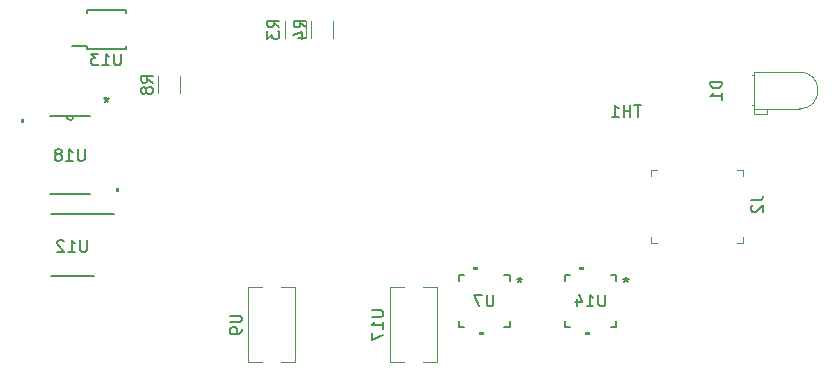
<source format=gbo>
G04 #@! TF.GenerationSoftware,KiCad,Pcbnew,7.0.10*
G04 #@! TF.CreationDate,2024-02-13T11:50:05-05:00*
G04 #@! TF.ProjectId,prototype,70726f74-6f74-4797-9065-2e6b69636164,rev?*
G04 #@! TF.SameCoordinates,Original*
G04 #@! TF.FileFunction,Legend,Bot*
G04 #@! TF.FilePolarity,Positive*
%FSLAX46Y46*%
G04 Gerber Fmt 4.6, Leading zero omitted, Abs format (unit mm)*
G04 Created by KiCad (PCBNEW 7.0.10) date 2024-02-13 11:50:05*
%MOMM*%
%LPD*%
G01*
G04 APERTURE LIST*
%ADD10C,0.150000*%
%ADD11C,0.152400*%
%ADD12C,0.120000*%
%ADD13C,0.200000*%
%ADD14C,0.100000*%
G04 APERTURE END LIST*
D10*
X33168694Y-37129819D02*
X33168694Y-37939342D01*
X33168694Y-37939342D02*
X33121075Y-38034580D01*
X33121075Y-38034580D02*
X33073456Y-38082200D01*
X33073456Y-38082200D02*
X32978218Y-38129819D01*
X32978218Y-38129819D02*
X32787742Y-38129819D01*
X32787742Y-38129819D02*
X32692504Y-38082200D01*
X32692504Y-38082200D02*
X32644885Y-38034580D01*
X32644885Y-38034580D02*
X32597266Y-37939342D01*
X32597266Y-37939342D02*
X32597266Y-37129819D01*
X31597266Y-38129819D02*
X32168694Y-38129819D01*
X31882980Y-38129819D02*
X31882980Y-37129819D01*
X31882980Y-37129819D02*
X31978218Y-37272676D01*
X31978218Y-37272676D02*
X32073456Y-37367914D01*
X32073456Y-37367914D02*
X32168694Y-37415533D01*
X31025837Y-37558390D02*
X31121075Y-37510771D01*
X31121075Y-37510771D02*
X31168694Y-37463152D01*
X31168694Y-37463152D02*
X31216313Y-37367914D01*
X31216313Y-37367914D02*
X31216313Y-37320295D01*
X31216313Y-37320295D02*
X31168694Y-37225057D01*
X31168694Y-37225057D02*
X31121075Y-37177438D01*
X31121075Y-37177438D02*
X31025837Y-37129819D01*
X31025837Y-37129819D02*
X30835361Y-37129819D01*
X30835361Y-37129819D02*
X30740123Y-37177438D01*
X30740123Y-37177438D02*
X30692504Y-37225057D01*
X30692504Y-37225057D02*
X30644885Y-37320295D01*
X30644885Y-37320295D02*
X30644885Y-37367914D01*
X30644885Y-37367914D02*
X30692504Y-37463152D01*
X30692504Y-37463152D02*
X30740123Y-37510771D01*
X30740123Y-37510771D02*
X30835361Y-37558390D01*
X30835361Y-37558390D02*
X31025837Y-37558390D01*
X31025837Y-37558390D02*
X31121075Y-37606009D01*
X31121075Y-37606009D02*
X31168694Y-37653628D01*
X31168694Y-37653628D02*
X31216313Y-37748866D01*
X31216313Y-37748866D02*
X31216313Y-37939342D01*
X31216313Y-37939342D02*
X31168694Y-38034580D01*
X31168694Y-38034580D02*
X31121075Y-38082200D01*
X31121075Y-38082200D02*
X31025837Y-38129819D01*
X31025837Y-38129819D02*
X30835361Y-38129819D01*
X30835361Y-38129819D02*
X30740123Y-38082200D01*
X30740123Y-38082200D02*
X30692504Y-38034580D01*
X30692504Y-38034580D02*
X30644885Y-37939342D01*
X30644885Y-37939342D02*
X30644885Y-37748866D01*
X30644885Y-37748866D02*
X30692504Y-37653628D01*
X30692504Y-37653628D02*
X30740123Y-37606009D01*
X30740123Y-37606009D02*
X30835361Y-37558390D01*
X35003999Y-32706218D02*
X35003999Y-32944313D01*
X35242094Y-32849075D02*
X35003999Y-32944313D01*
X35003999Y-32944313D02*
X34765904Y-32849075D01*
X35146856Y-33134789D02*
X35003999Y-32944313D01*
X35003999Y-32944313D02*
X34861142Y-33134789D01*
X35003999Y-32706218D02*
X35003999Y-32944313D01*
X35242094Y-32849075D02*
X35003999Y-32944313D01*
X35003999Y-32944313D02*
X34765904Y-32849075D01*
X35146856Y-33134789D02*
X35003999Y-32944313D01*
X35003999Y-32944313D02*
X34861142Y-33134789D01*
X87119819Y-31429405D02*
X86119819Y-31429405D01*
X86119819Y-31429405D02*
X86119819Y-31667500D01*
X86119819Y-31667500D02*
X86167438Y-31810357D01*
X86167438Y-31810357D02*
X86262676Y-31905595D01*
X86262676Y-31905595D02*
X86357914Y-31953214D01*
X86357914Y-31953214D02*
X86548390Y-32000833D01*
X86548390Y-32000833D02*
X86691247Y-32000833D01*
X86691247Y-32000833D02*
X86881723Y-31953214D01*
X86881723Y-31953214D02*
X86976961Y-31905595D01*
X86976961Y-31905595D02*
X87072200Y-31810357D01*
X87072200Y-31810357D02*
X87119819Y-31667500D01*
X87119819Y-31667500D02*
X87119819Y-31429405D01*
X87119819Y-32953214D02*
X87119819Y-32381786D01*
X87119819Y-32667500D02*
X86119819Y-32667500D01*
X86119819Y-32667500D02*
X86262676Y-32572262D01*
X86262676Y-32572262D02*
X86357914Y-32477024D01*
X86357914Y-32477024D02*
X86405533Y-32381786D01*
X33363094Y-44829819D02*
X33363094Y-45639342D01*
X33363094Y-45639342D02*
X33315475Y-45734580D01*
X33315475Y-45734580D02*
X33267856Y-45782200D01*
X33267856Y-45782200D02*
X33172618Y-45829819D01*
X33172618Y-45829819D02*
X32982142Y-45829819D01*
X32982142Y-45829819D02*
X32886904Y-45782200D01*
X32886904Y-45782200D02*
X32839285Y-45734580D01*
X32839285Y-45734580D02*
X32791666Y-45639342D01*
X32791666Y-45639342D02*
X32791666Y-44829819D01*
X31791666Y-45829819D02*
X32363094Y-45829819D01*
X32077380Y-45829819D02*
X32077380Y-44829819D01*
X32077380Y-44829819D02*
X32172618Y-44972676D01*
X32172618Y-44972676D02*
X32267856Y-45067914D01*
X32267856Y-45067914D02*
X32363094Y-45115533D01*
X31410713Y-44925057D02*
X31363094Y-44877438D01*
X31363094Y-44877438D02*
X31267856Y-44829819D01*
X31267856Y-44829819D02*
X31029761Y-44829819D01*
X31029761Y-44829819D02*
X30934523Y-44877438D01*
X30934523Y-44877438D02*
X30886904Y-44925057D01*
X30886904Y-44925057D02*
X30839285Y-45020295D01*
X30839285Y-45020295D02*
X30839285Y-45115533D01*
X30839285Y-45115533D02*
X30886904Y-45258390D01*
X30886904Y-45258390D02*
X31458332Y-45829819D01*
X31458332Y-45829819D02*
X30839285Y-45829819D01*
X38947319Y-31520833D02*
X38471128Y-31187500D01*
X38947319Y-30949405D02*
X37947319Y-30949405D01*
X37947319Y-30949405D02*
X37947319Y-31330357D01*
X37947319Y-31330357D02*
X37994938Y-31425595D01*
X37994938Y-31425595D02*
X38042557Y-31473214D01*
X38042557Y-31473214D02*
X38137795Y-31520833D01*
X38137795Y-31520833D02*
X38280652Y-31520833D01*
X38280652Y-31520833D02*
X38375890Y-31473214D01*
X38375890Y-31473214D02*
X38423509Y-31425595D01*
X38423509Y-31425595D02*
X38471128Y-31330357D01*
X38471128Y-31330357D02*
X38471128Y-30949405D01*
X38375890Y-32092262D02*
X38328271Y-31997024D01*
X38328271Y-31997024D02*
X38280652Y-31949405D01*
X38280652Y-31949405D02*
X38185414Y-31901786D01*
X38185414Y-31901786D02*
X38137795Y-31901786D01*
X38137795Y-31901786D02*
X38042557Y-31949405D01*
X38042557Y-31949405D02*
X37994938Y-31997024D01*
X37994938Y-31997024D02*
X37947319Y-32092262D01*
X37947319Y-32092262D02*
X37947319Y-32282738D01*
X37947319Y-32282738D02*
X37994938Y-32377976D01*
X37994938Y-32377976D02*
X38042557Y-32425595D01*
X38042557Y-32425595D02*
X38137795Y-32473214D01*
X38137795Y-32473214D02*
X38185414Y-32473214D01*
X38185414Y-32473214D02*
X38280652Y-32425595D01*
X38280652Y-32425595D02*
X38328271Y-32377976D01*
X38328271Y-32377976D02*
X38375890Y-32282738D01*
X38375890Y-32282738D02*
X38375890Y-32092262D01*
X38375890Y-32092262D02*
X38423509Y-31997024D01*
X38423509Y-31997024D02*
X38471128Y-31949405D01*
X38471128Y-31949405D02*
X38566366Y-31901786D01*
X38566366Y-31901786D02*
X38756842Y-31901786D01*
X38756842Y-31901786D02*
X38852080Y-31949405D01*
X38852080Y-31949405D02*
X38899700Y-31997024D01*
X38899700Y-31997024D02*
X38947319Y-32092262D01*
X38947319Y-32092262D02*
X38947319Y-32282738D01*
X38947319Y-32282738D02*
X38899700Y-32377976D01*
X38899700Y-32377976D02*
X38852080Y-32425595D01*
X38852080Y-32425595D02*
X38756842Y-32473214D01*
X38756842Y-32473214D02*
X38566366Y-32473214D01*
X38566366Y-32473214D02*
X38471128Y-32425595D01*
X38471128Y-32425595D02*
X38423509Y-32377976D01*
X38423509Y-32377976D02*
X38375890Y-32282738D01*
X80285713Y-33404819D02*
X79714285Y-33404819D01*
X79999999Y-34404819D02*
X79999999Y-33404819D01*
X79380951Y-34404819D02*
X79380951Y-33404819D01*
X79380951Y-33881009D02*
X78809523Y-33881009D01*
X78809523Y-34404819D02*
X78809523Y-33404819D01*
X77809523Y-34404819D02*
X78380951Y-34404819D01*
X78095237Y-34404819D02*
X78095237Y-33404819D01*
X78095237Y-33404819D02*
X78190475Y-33547676D01*
X78190475Y-33547676D02*
X78285713Y-33642914D01*
X78285713Y-33642914D02*
X78380951Y-33690533D01*
X51884819Y-26833333D02*
X51408628Y-26500000D01*
X51884819Y-26261905D02*
X50884819Y-26261905D01*
X50884819Y-26261905D02*
X50884819Y-26642857D01*
X50884819Y-26642857D02*
X50932438Y-26738095D01*
X50932438Y-26738095D02*
X50980057Y-26785714D01*
X50980057Y-26785714D02*
X51075295Y-26833333D01*
X51075295Y-26833333D02*
X51218152Y-26833333D01*
X51218152Y-26833333D02*
X51313390Y-26785714D01*
X51313390Y-26785714D02*
X51361009Y-26738095D01*
X51361009Y-26738095D02*
X51408628Y-26642857D01*
X51408628Y-26642857D02*
X51408628Y-26261905D01*
X51218152Y-27690476D02*
X51884819Y-27690476D01*
X50837200Y-27452381D02*
X51551485Y-27214286D01*
X51551485Y-27214286D02*
X51551485Y-27833333D01*
X45454819Y-51238095D02*
X46264342Y-51238095D01*
X46264342Y-51238095D02*
X46359580Y-51285714D01*
X46359580Y-51285714D02*
X46407200Y-51333333D01*
X46407200Y-51333333D02*
X46454819Y-51428571D01*
X46454819Y-51428571D02*
X46454819Y-51619047D01*
X46454819Y-51619047D02*
X46407200Y-51714285D01*
X46407200Y-51714285D02*
X46359580Y-51761904D01*
X46359580Y-51761904D02*
X46264342Y-51809523D01*
X46264342Y-51809523D02*
X45454819Y-51809523D01*
X46454819Y-52333333D02*
X46454819Y-52523809D01*
X46454819Y-52523809D02*
X46407200Y-52619047D01*
X46407200Y-52619047D02*
X46359580Y-52666666D01*
X46359580Y-52666666D02*
X46216723Y-52761904D01*
X46216723Y-52761904D02*
X46026247Y-52809523D01*
X46026247Y-52809523D02*
X45645295Y-52809523D01*
X45645295Y-52809523D02*
X45550057Y-52761904D01*
X45550057Y-52761904D02*
X45502438Y-52714285D01*
X45502438Y-52714285D02*
X45454819Y-52619047D01*
X45454819Y-52619047D02*
X45454819Y-52428571D01*
X45454819Y-52428571D02*
X45502438Y-52333333D01*
X45502438Y-52333333D02*
X45550057Y-52285714D01*
X45550057Y-52285714D02*
X45645295Y-52238095D01*
X45645295Y-52238095D02*
X45883390Y-52238095D01*
X45883390Y-52238095D02*
X45978628Y-52285714D01*
X45978628Y-52285714D02*
X46026247Y-52333333D01*
X46026247Y-52333333D02*
X46073866Y-52428571D01*
X46073866Y-52428571D02*
X46073866Y-52619047D01*
X46073866Y-52619047D02*
X46026247Y-52714285D01*
X46026247Y-52714285D02*
X45978628Y-52761904D01*
X45978628Y-52761904D02*
X45883390Y-52809523D01*
X77238094Y-49454819D02*
X77238094Y-50264342D01*
X77238094Y-50264342D02*
X77190475Y-50359580D01*
X77190475Y-50359580D02*
X77142856Y-50407200D01*
X77142856Y-50407200D02*
X77047618Y-50454819D01*
X77047618Y-50454819D02*
X76857142Y-50454819D01*
X76857142Y-50454819D02*
X76761904Y-50407200D01*
X76761904Y-50407200D02*
X76714285Y-50359580D01*
X76714285Y-50359580D02*
X76666666Y-50264342D01*
X76666666Y-50264342D02*
X76666666Y-49454819D01*
X75666666Y-50454819D02*
X76238094Y-50454819D01*
X75952380Y-50454819D02*
X75952380Y-49454819D01*
X75952380Y-49454819D02*
X76047618Y-49597676D01*
X76047618Y-49597676D02*
X76142856Y-49692914D01*
X76142856Y-49692914D02*
X76238094Y-49740533D01*
X74809523Y-49788152D02*
X74809523Y-50454819D01*
X75047618Y-49407200D02*
X75285713Y-50121485D01*
X75285713Y-50121485D02*
X74666666Y-50121485D01*
X78984499Y-47954441D02*
X78984499Y-48192536D01*
X79222594Y-48097298D02*
X78984499Y-48192536D01*
X78984499Y-48192536D02*
X78746404Y-48097298D01*
X79127356Y-48383012D02*
X78984499Y-48192536D01*
X78984499Y-48192536D02*
X78841642Y-48383012D01*
X78984499Y-47954441D02*
X78984499Y-48192536D01*
X79222594Y-48097298D02*
X78984499Y-48192536D01*
X78984499Y-48192536D02*
X78746404Y-48097298D01*
X79127356Y-48383012D02*
X78984499Y-48192536D01*
X78984499Y-48192536D02*
X78841642Y-48383012D01*
X67761904Y-49454819D02*
X67761904Y-50264342D01*
X67761904Y-50264342D02*
X67714285Y-50359580D01*
X67714285Y-50359580D02*
X67666666Y-50407200D01*
X67666666Y-50407200D02*
X67571428Y-50454819D01*
X67571428Y-50454819D02*
X67380952Y-50454819D01*
X67380952Y-50454819D02*
X67285714Y-50407200D01*
X67285714Y-50407200D02*
X67238095Y-50359580D01*
X67238095Y-50359580D02*
X67190476Y-50264342D01*
X67190476Y-50264342D02*
X67190476Y-49454819D01*
X66809523Y-49454819D02*
X66142857Y-49454819D01*
X66142857Y-49454819D02*
X66571428Y-50454819D01*
X69984499Y-47954441D02*
X69984499Y-48192536D01*
X70222594Y-48097298D02*
X69984499Y-48192536D01*
X69984499Y-48192536D02*
X69746404Y-48097298D01*
X70127356Y-48383012D02*
X69984499Y-48192536D01*
X69984499Y-48192536D02*
X69841642Y-48383012D01*
X69984499Y-47954441D02*
X69984499Y-48192536D01*
X70222594Y-48097298D02*
X69984499Y-48192536D01*
X69984499Y-48192536D02*
X69746404Y-48097298D01*
X70127356Y-48383012D02*
X69984499Y-48192536D01*
X69984499Y-48192536D02*
X69841642Y-48383012D01*
X89584819Y-41476666D02*
X90299104Y-41476666D01*
X90299104Y-41476666D02*
X90441961Y-41429047D01*
X90441961Y-41429047D02*
X90537200Y-41333809D01*
X90537200Y-41333809D02*
X90584819Y-41190952D01*
X90584819Y-41190952D02*
X90584819Y-41095714D01*
X89680057Y-41905238D02*
X89632438Y-41952857D01*
X89632438Y-41952857D02*
X89584819Y-42048095D01*
X89584819Y-42048095D02*
X89584819Y-42286190D01*
X89584819Y-42286190D02*
X89632438Y-42381428D01*
X89632438Y-42381428D02*
X89680057Y-42429047D01*
X89680057Y-42429047D02*
X89775295Y-42476666D01*
X89775295Y-42476666D02*
X89870533Y-42476666D01*
X89870533Y-42476666D02*
X90013390Y-42429047D01*
X90013390Y-42429047D02*
X90584819Y-41857619D01*
X90584819Y-41857619D02*
X90584819Y-42476666D01*
X36238094Y-29054819D02*
X36238094Y-29864342D01*
X36238094Y-29864342D02*
X36190475Y-29959580D01*
X36190475Y-29959580D02*
X36142856Y-30007200D01*
X36142856Y-30007200D02*
X36047618Y-30054819D01*
X36047618Y-30054819D02*
X35857142Y-30054819D01*
X35857142Y-30054819D02*
X35761904Y-30007200D01*
X35761904Y-30007200D02*
X35714285Y-29959580D01*
X35714285Y-29959580D02*
X35666666Y-29864342D01*
X35666666Y-29864342D02*
X35666666Y-29054819D01*
X34666666Y-30054819D02*
X35238094Y-30054819D01*
X34952380Y-30054819D02*
X34952380Y-29054819D01*
X34952380Y-29054819D02*
X35047618Y-29197676D01*
X35047618Y-29197676D02*
X35142856Y-29292914D01*
X35142856Y-29292914D02*
X35238094Y-29340533D01*
X34333332Y-29054819D02*
X33714285Y-29054819D01*
X33714285Y-29054819D02*
X34047618Y-29435771D01*
X34047618Y-29435771D02*
X33904761Y-29435771D01*
X33904761Y-29435771D02*
X33809523Y-29483390D01*
X33809523Y-29483390D02*
X33761904Y-29531009D01*
X33761904Y-29531009D02*
X33714285Y-29626247D01*
X33714285Y-29626247D02*
X33714285Y-29864342D01*
X33714285Y-29864342D02*
X33761904Y-29959580D01*
X33761904Y-29959580D02*
X33809523Y-30007200D01*
X33809523Y-30007200D02*
X33904761Y-30054819D01*
X33904761Y-30054819D02*
X34190475Y-30054819D01*
X34190475Y-30054819D02*
X34285713Y-30007200D01*
X34285713Y-30007200D02*
X34333332Y-29959580D01*
X49634819Y-26833333D02*
X49158628Y-26500000D01*
X49634819Y-26261905D02*
X48634819Y-26261905D01*
X48634819Y-26261905D02*
X48634819Y-26642857D01*
X48634819Y-26642857D02*
X48682438Y-26738095D01*
X48682438Y-26738095D02*
X48730057Y-26785714D01*
X48730057Y-26785714D02*
X48825295Y-26833333D01*
X48825295Y-26833333D02*
X48968152Y-26833333D01*
X48968152Y-26833333D02*
X49063390Y-26785714D01*
X49063390Y-26785714D02*
X49111009Y-26738095D01*
X49111009Y-26738095D02*
X49158628Y-26642857D01*
X49158628Y-26642857D02*
X49158628Y-26261905D01*
X48634819Y-27166667D02*
X48634819Y-27785714D01*
X48634819Y-27785714D02*
X49015771Y-27452381D01*
X49015771Y-27452381D02*
X49015771Y-27595238D01*
X49015771Y-27595238D02*
X49063390Y-27690476D01*
X49063390Y-27690476D02*
X49111009Y-27738095D01*
X49111009Y-27738095D02*
X49206247Y-27785714D01*
X49206247Y-27785714D02*
X49444342Y-27785714D01*
X49444342Y-27785714D02*
X49539580Y-27738095D01*
X49539580Y-27738095D02*
X49587200Y-27690476D01*
X49587200Y-27690476D02*
X49634819Y-27595238D01*
X49634819Y-27595238D02*
X49634819Y-27309524D01*
X49634819Y-27309524D02*
X49587200Y-27214286D01*
X49587200Y-27214286D02*
X49539580Y-27166667D01*
X57454819Y-50761905D02*
X58264342Y-50761905D01*
X58264342Y-50761905D02*
X58359580Y-50809524D01*
X58359580Y-50809524D02*
X58407200Y-50857143D01*
X58407200Y-50857143D02*
X58454819Y-50952381D01*
X58454819Y-50952381D02*
X58454819Y-51142857D01*
X58454819Y-51142857D02*
X58407200Y-51238095D01*
X58407200Y-51238095D02*
X58359580Y-51285714D01*
X58359580Y-51285714D02*
X58264342Y-51333333D01*
X58264342Y-51333333D02*
X57454819Y-51333333D01*
X58454819Y-52333333D02*
X58454819Y-51761905D01*
X58454819Y-52047619D02*
X57454819Y-52047619D01*
X57454819Y-52047619D02*
X57597676Y-51952381D01*
X57597676Y-51952381D02*
X57692914Y-51857143D01*
X57692914Y-51857143D02*
X57740533Y-51761905D01*
X57454819Y-52666667D02*
X57454819Y-53333333D01*
X57454819Y-53333333D02*
X58454819Y-52904762D01*
G36*
X36096200Y-40790498D02*
G01*
X35842200Y-40790498D01*
X35842200Y-40409498D01*
X36096200Y-40409498D01*
X36096200Y-40790498D01*
G37*
G36*
X28019000Y-34940502D02*
G01*
X27765000Y-34940502D01*
X27765000Y-34559502D01*
X28019000Y-34559502D01*
X28019000Y-34940502D01*
G37*
D11*
X33645277Y-40977000D02*
X30215925Y-40977000D01*
X30215923Y-34373000D02*
X33645275Y-34373000D01*
X31625800Y-34373000D02*
G75*
G03*
X32235400Y-34373000I304800J0D01*
G01*
D12*
X89835000Y-30897500D02*
X89835000Y-30897500D01*
X90955000Y-34127500D02*
X90955000Y-33727500D01*
X89835000Y-30607500D02*
X89835000Y-33727500D01*
X89705000Y-30897500D02*
X89835000Y-30897500D01*
X90955000Y-33727500D02*
X89835000Y-33727500D01*
X89705000Y-33437500D02*
X89835000Y-33437500D01*
X89705000Y-30897500D02*
X89705000Y-30897500D01*
X89705000Y-33437500D02*
X89705000Y-33437500D01*
X89835000Y-34127500D02*
X90955000Y-34127500D01*
X89835000Y-33727500D02*
X89835000Y-34127500D01*
X89835000Y-30607500D02*
X93695000Y-30607500D01*
X89835000Y-33727500D02*
X93695000Y-33727500D01*
X89835000Y-33437500D02*
X89705000Y-33437500D01*
X89835000Y-30897500D02*
X89705000Y-30897500D01*
X89835000Y-33437500D02*
X89835000Y-33437500D01*
X93695000Y-33727500D02*
G75*
G03*
X93695000Y-30607500I0J1560000D01*
G01*
D13*
X35625001Y-42625000D02*
X30275001Y-42625000D01*
X33974999Y-47924997D02*
X30275001Y-47924997D01*
D12*
X41222500Y-30960436D02*
X41222500Y-32414564D01*
X39402500Y-30960436D02*
X39402500Y-32414564D01*
X54160000Y-26272936D02*
X54160000Y-27727064D01*
X52340000Y-26272936D02*
X52340000Y-27727064D01*
X51000000Y-48800000D02*
X51000000Y-55200000D01*
X49800000Y-48800000D02*
X51000000Y-48800000D01*
X47000000Y-48800000D02*
X48200000Y-48800000D01*
X51000000Y-55200000D02*
X49800000Y-55200000D01*
X48200000Y-55200000D02*
X47000000Y-55200000D01*
X47000000Y-55200000D02*
X47000000Y-48800000D01*
D11*
X78171700Y-52171700D02*
X77710055Y-52171700D01*
X78171700Y-51710055D02*
X78171700Y-52171700D01*
X78171700Y-47828300D02*
X78171700Y-48289945D01*
X77710055Y-47828300D02*
X78171700Y-47828300D01*
X74289945Y-52171700D02*
X73828300Y-52171700D01*
X73828300Y-52171700D02*
X73828300Y-51710055D01*
X73828300Y-48289945D02*
X73828300Y-47828300D01*
X73828300Y-47828300D02*
X74289945Y-47828300D01*
G36*
X75940437Y-52857500D02*
G01*
X75559437Y-52857500D01*
X75559437Y-52603500D01*
X75940437Y-52603500D01*
X75940437Y-52857500D01*
G37*
G36*
X75440311Y-47396500D02*
G01*
X75059311Y-47396500D01*
X75059311Y-47142500D01*
X75440311Y-47142500D01*
X75440311Y-47396500D01*
G37*
X69171700Y-52171700D02*
X68710055Y-52171700D01*
X69171700Y-51710055D02*
X69171700Y-52171700D01*
X69171700Y-47828300D02*
X69171700Y-48289945D01*
X68710055Y-47828300D02*
X69171700Y-47828300D01*
X65289945Y-52171700D02*
X64828300Y-52171700D01*
X64828300Y-52171700D02*
X64828300Y-51710055D01*
X64828300Y-48289945D02*
X64828300Y-47828300D01*
X64828300Y-47828300D02*
X65289945Y-47828300D01*
G36*
X66940437Y-52857500D02*
G01*
X66559437Y-52857500D01*
X66559437Y-52603500D01*
X66940437Y-52603500D01*
X66940437Y-52857500D01*
G37*
G36*
X66440311Y-47396500D02*
G01*
X66059311Y-47396500D01*
X66059311Y-47142500D01*
X66440311Y-47142500D01*
X66440311Y-47396500D01*
G37*
D14*
X81100000Y-45070000D02*
X81600000Y-45070000D01*
X81100000Y-45070000D02*
X81100000Y-44620000D01*
X88900000Y-45070000D02*
X88400000Y-45070000D01*
X88900000Y-45070000D02*
X88900000Y-44570000D01*
X81100000Y-38920000D02*
X81100000Y-39420000D01*
X81100000Y-38920000D02*
X81600000Y-38920000D01*
X88900000Y-38920000D02*
X88900000Y-39420000D01*
X88900000Y-38920000D02*
X88400000Y-38920000D01*
D10*
X33325000Y-25325000D02*
X33325000Y-25625000D01*
X33325000Y-25325000D02*
X36675000Y-25325000D01*
X33325000Y-28450000D02*
X32100000Y-28450000D01*
X33325000Y-28675000D02*
X33325000Y-28450000D01*
X33325000Y-28675000D02*
X36675000Y-28675000D01*
X36675000Y-25325000D02*
X36675000Y-25625000D01*
X36675000Y-28675000D02*
X36675000Y-28375000D01*
D12*
X51910000Y-26272936D02*
X51910000Y-27727064D01*
X50090000Y-26272936D02*
X50090000Y-27727064D01*
X63000000Y-48800000D02*
X63000000Y-55200000D01*
X61800000Y-48800000D02*
X63000000Y-48800000D01*
X59000000Y-48800000D02*
X60200000Y-48800000D01*
X63000000Y-55200000D02*
X61800000Y-55200000D01*
X60200000Y-55200000D02*
X59000000Y-55200000D01*
X59000000Y-55200000D02*
X59000000Y-48800000D01*
M02*

</source>
